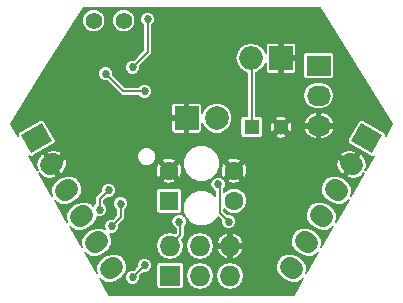
<source format=gbl>
G04 #@! TF.FileFunction,Copper,L2,Bot,Signal*
%FSLAX46Y46*%
G04 Gerber Fmt 4.6, Leading zero omitted, Abs format (unit mm)*
G04 Created by KiCad (PCBNEW 4.0.2-stable) date Wednesday, September 07, 2016 'amt' 02:23:24 am*
%MOMM*%
G01*
G04 APERTURE LIST*
%ADD10C,0.100000*%
%ADD11R,1.300000X1.300000*%
%ADD12C,1.300000*%
%ADD13R,2.000000X2.000000*%
%ADD14C,2.000000*%
%ADD15O,1.998980X1.998980*%
%ADD16R,1.998980X1.998980*%
%ADD17R,1.727200X1.727200*%
%ADD18O,1.727200X1.727200*%
%ADD19C,1.397000*%
%ADD20R,1.600000X1.600000*%
%ADD21C,1.600000*%
%ADD22C,1.727200*%
%ADD23R,2.032000X1.727200*%
%ADD24O,2.032000X1.727200*%
%ADD25C,0.685800*%
%ADD26C,0.152400*%
%ADD27C,0.200000*%
G04 APERTURE END LIST*
D10*
D11*
X161711000Y-118872000D03*
D12*
X164211000Y-118872000D03*
D13*
X156210000Y-118110000D03*
D14*
X158750000Y-118110000D03*
D15*
X161671000Y-113030000D03*
D16*
X164211000Y-113030000D03*
D17*
X154813000Y-131445000D03*
D18*
X154813000Y-128905000D03*
X157353000Y-131445000D03*
X157353000Y-128905000D03*
X159893000Y-131445000D03*
X159893000Y-128905000D03*
D19*
X150876000Y-109855000D03*
X148336000Y-109855000D03*
D20*
X154730000Y-125095000D03*
D21*
X154730000Y-122555000D03*
X160230000Y-122555000D03*
X160230000Y-125095000D03*
D10*
G36*
X143061918Y-121067377D02*
X142198318Y-119571577D01*
X143958082Y-118555577D01*
X144821682Y-120051377D01*
X143061918Y-121067377D01*
X143061918Y-121067377D01*
G37*
D22*
X144648018Y-122087382D02*
X144911982Y-121934982D01*
X145918018Y-124287086D02*
X146181982Y-124134686D01*
X147188018Y-126486791D02*
X147451982Y-126334391D01*
X148458018Y-128686495D02*
X148721982Y-128534095D01*
X149728018Y-130886200D02*
X149991982Y-130733800D01*
D10*
G36*
X170138318Y-120051377D02*
X171001918Y-118555577D01*
X172761682Y-119571577D01*
X171898082Y-121067377D01*
X170138318Y-120051377D01*
X170138318Y-120051377D01*
G37*
D22*
X170048018Y-121934982D02*
X170311982Y-122087382D01*
X168778018Y-124134686D02*
X169041982Y-124287086D01*
X167508018Y-126334391D02*
X167771982Y-126486791D01*
X166238018Y-128534095D02*
X166501982Y-128686495D01*
X164968018Y-130733800D02*
X165231982Y-130886200D01*
D23*
X167386000Y-113665000D03*
D24*
X167386000Y-116205000D03*
X167386000Y-118745000D03*
D25*
X158877000Y-123698000D03*
X159766000Y-126873000D03*
X155575000Y-126873000D03*
X152908000Y-109728000D03*
X151638000Y-113792000D03*
X162306000Y-129286000D03*
X164211000Y-128016000D03*
X162052000Y-124841000D03*
X162306000Y-131826000D03*
X155321000Y-120396000D03*
X146685000Y-121158000D03*
X145563134Y-119380000D03*
X143383000Y-116713000D03*
X142240000Y-118364000D03*
X147193000Y-114427000D03*
X168783000Y-120269000D03*
X170053000Y-118110000D03*
X172720000Y-118110000D03*
X171450000Y-116205000D03*
X170180000Y-114554000D03*
X169164000Y-112649000D03*
X166116000Y-111125000D03*
X167894000Y-111125000D03*
X167132000Y-109601000D03*
X165354000Y-109601000D03*
X163449000Y-109601000D03*
X161417000Y-109601000D03*
X159512000Y-109601000D03*
X163703000Y-121412000D03*
X162052000Y-121539000D03*
X161417000Y-120142000D03*
X162941000Y-120142000D03*
X164465000Y-120142000D03*
X148209000Y-122555000D03*
X155956000Y-113919000D03*
X150622000Y-125349004D03*
X149860000Y-127254010D03*
X151637988Y-131572000D03*
X152654000Y-130556000D03*
X148844000Y-125857008D03*
X149606006Y-124206000D03*
X149370308Y-114350998D03*
X152654000Y-115824000D03*
D26*
X161711000Y-118364000D02*
X161711000Y-118110000D01*
X161711000Y-118110000D02*
X161711000Y-112435000D01*
X161711000Y-118872000D02*
X161711000Y-118110000D01*
X159766000Y-126873000D02*
X159004000Y-126111000D01*
X159004000Y-126111000D02*
X159004000Y-123952000D01*
X159004000Y-123952000D02*
X158877000Y-123825000D01*
X158877000Y-123825000D02*
X158877000Y-123698000D01*
X154813000Y-128905000D02*
X155676599Y-128041401D01*
X155676599Y-126974599D02*
X155575000Y-126873000D01*
X155676599Y-128041401D02*
X155676599Y-126974599D01*
X152908000Y-109728000D02*
X152908000Y-112522000D01*
X152908000Y-112522000D02*
X151638000Y-113792000D01*
X161711000Y-112435000D02*
X161671000Y-112395000D01*
X155956000Y-113919000D02*
X158708091Y-111166909D01*
X158708091Y-111166909D02*
X164134799Y-111166909D01*
X165100000Y-117983000D02*
X164211000Y-118872000D01*
X164134799Y-111166909D02*
X164211000Y-111243110D01*
X164211000Y-111243110D02*
X164211000Y-114554000D01*
X164211000Y-114554000D02*
X165100000Y-115443000D01*
X165100000Y-115443000D02*
X165100000Y-117983000D01*
X164211000Y-118364000D02*
X164211000Y-118872000D01*
X164211000Y-118872000D02*
X165862000Y-120523000D01*
X165862000Y-120523000D02*
X167005000Y-120523000D01*
X167005000Y-120523000D02*
X167386000Y-120142000D01*
X164211000Y-118364000D02*
X164211000Y-118745000D01*
X160401000Y-122555000D02*
X160230000Y-122555000D01*
X164211000Y-118745000D02*
X160401000Y-122555000D01*
X163703000Y-119380000D02*
X164211000Y-118872000D01*
X162306000Y-131826000D02*
X162306000Y-129286000D01*
X162052000Y-125857000D02*
X164211000Y-128016000D01*
X162052000Y-124841000D02*
X162052000Y-125857000D01*
X162052000Y-124841000D02*
X162052000Y-121539000D01*
X155321000Y-120396000D02*
X155321000Y-121964000D01*
X155321000Y-121964000D02*
X154730000Y-122555000D01*
X148209000Y-122555000D02*
X146812000Y-121158000D01*
X146812000Y-121158000D02*
X146685000Y-121158000D01*
X144780000Y-122011182D02*
X145252182Y-121539000D01*
X145252182Y-121539000D02*
X147193000Y-121539000D01*
X147193000Y-121539000D02*
X148209000Y-122555000D01*
X145563134Y-121228048D02*
X145563134Y-119380000D01*
X145563134Y-119380000D02*
X145563134Y-118893134D01*
X144907000Y-116713000D02*
X143383000Y-116713000D01*
X147193000Y-114427000D02*
X144907000Y-116713000D01*
X145563134Y-118893134D02*
X143383000Y-116713000D01*
X144780000Y-122011182D02*
X145563134Y-121228048D01*
X145034000Y-115570000D02*
X146050000Y-115570000D01*
X146050000Y-115570000D02*
X147193000Y-114427000D01*
X142240000Y-118364000D02*
X145034000Y-115570000D01*
X167513000Y-120142000D02*
X167894000Y-120523000D01*
X167894000Y-120523000D02*
X168783000Y-121412000D01*
X168783000Y-120269000D02*
X168148000Y-120269000D01*
X168148000Y-120269000D02*
X167894000Y-120523000D01*
X172720000Y-118110000D02*
X170053000Y-118110000D01*
X170180000Y-114554000D02*
X171450000Y-115824000D01*
X171450000Y-115824000D02*
X171450000Y-116205000D01*
X166116000Y-111125000D02*
X167640000Y-111125000D01*
X167640000Y-111125000D02*
X169164000Y-112649000D01*
X167132000Y-109601000D02*
X167132000Y-110363000D01*
X167132000Y-110363000D02*
X167894000Y-111125000D01*
X163449000Y-109601000D02*
X165354000Y-109601000D01*
X159512000Y-109601000D02*
X161417000Y-109601000D01*
X163703000Y-121412000D02*
X161373000Y-121412000D01*
X161373000Y-121412000D02*
X160230000Y-122555000D01*
X161417000Y-120142000D02*
X161417000Y-120904000D01*
X161417000Y-120904000D02*
X162052000Y-121539000D01*
X164465000Y-120142000D02*
X162941000Y-120142000D01*
X148209000Y-122555000D02*
X149098000Y-123444000D01*
X149098000Y-123444000D02*
X153841000Y-123444000D01*
X153841000Y-123444000D02*
X154730000Y-122555000D01*
X167386000Y-120142000D02*
X167513000Y-120142000D01*
X170180000Y-122011182D02*
X169580818Y-121412000D01*
X169580818Y-121412000D02*
X168783000Y-121412000D01*
X163830000Y-128905000D02*
X159893000Y-128905000D01*
X168783000Y-121412000D02*
X165100000Y-125095000D01*
X165100000Y-125095000D02*
X165100000Y-127635000D01*
X165100000Y-127635000D02*
X163830000Y-128905000D01*
X160230000Y-122555000D02*
X160230000Y-122599000D01*
X167386000Y-120142000D02*
X167386000Y-118745000D01*
X156210000Y-118110000D02*
X156210000Y-120015000D01*
X156210000Y-120015000D02*
X155702000Y-120523000D01*
X155702000Y-120523000D02*
X155702000Y-121583000D01*
X155702000Y-121583000D02*
X154730000Y-122555000D01*
X156210000Y-118110000D02*
X156210000Y-114173000D01*
X156210000Y-114173000D02*
X155956000Y-113919000D01*
X150622000Y-126492010D02*
X150622000Y-125349004D01*
X149860000Y-127254010D02*
X150622000Y-126492010D01*
X151638000Y-131572000D02*
X151637988Y-131572000D01*
X152654000Y-130556000D02*
X151638000Y-131572000D01*
X148844000Y-124968006D02*
X148844000Y-125857008D01*
X149606006Y-124206000D02*
X148844000Y-124968006D01*
X150843310Y-115824000D02*
X149370308Y-114350998D01*
X152654000Y-115824000D02*
X150843310Y-115824000D01*
D27*
G36*
X173634201Y-118624196D02*
X173063763Y-119611821D01*
X173058202Y-119496499D01*
X173005631Y-119387052D01*
X172914620Y-119306680D01*
X171154856Y-118290680D01*
X171048118Y-118253209D01*
X170926840Y-118259057D01*
X170817392Y-118311628D01*
X170737021Y-118402639D01*
X169873421Y-119898439D01*
X169835950Y-120005177D01*
X169841798Y-120126455D01*
X169894369Y-120235902D01*
X169985380Y-120316274D01*
X171745144Y-121332274D01*
X171851882Y-121369745D01*
X171973160Y-121363897D01*
X172081977Y-121311629D01*
X171380353Y-122526380D01*
X171322257Y-122492838D01*
X171443929Y-122356939D01*
X171469270Y-121967354D01*
X171335244Y-121533616D01*
X171045436Y-121184184D01*
X170857615Y-121145519D01*
X170390368Y-121954814D01*
X170407688Y-121964814D01*
X170253688Y-122231550D01*
X170236368Y-122221550D01*
X169769121Y-123030845D01*
X169896517Y-123174171D01*
X170344038Y-123250436D01*
X170786679Y-123149637D01*
X171111399Y-122932898D01*
X171168255Y-122759578D01*
X171226304Y-122793093D01*
X170146297Y-124662955D01*
X170217955Y-124451858D01*
X170188261Y-123998816D01*
X169987456Y-123591623D01*
X169646111Y-123292270D01*
X169337490Y-123114088D01*
X168907571Y-122968150D01*
X168454529Y-122997844D01*
X168047336Y-123198649D01*
X167747983Y-123539995D01*
X167602045Y-123969914D01*
X167631739Y-124422956D01*
X167832544Y-124830149D01*
X168173890Y-125129502D01*
X168482510Y-125307684D01*
X168912429Y-125453622D01*
X169365471Y-125423928D01*
X169772665Y-125223123D01*
X169919380Y-125055827D01*
X168877037Y-126860479D01*
X168947955Y-126651563D01*
X168918261Y-126198521D01*
X168717456Y-125791328D01*
X168376111Y-125491975D01*
X168067490Y-125313793D01*
X167637571Y-125167855D01*
X167184529Y-125197549D01*
X166777336Y-125398354D01*
X166477983Y-125739700D01*
X166332045Y-126169619D01*
X166361739Y-126622661D01*
X166562544Y-127029854D01*
X166903890Y-127329207D01*
X167212510Y-127507389D01*
X167642429Y-127653327D01*
X168095471Y-127623633D01*
X168502665Y-127422828D01*
X168647859Y-127257266D01*
X167607777Y-129058005D01*
X167677955Y-128851267D01*
X167648261Y-128398225D01*
X167447456Y-127991032D01*
X167106111Y-127691679D01*
X166797490Y-127513497D01*
X166367571Y-127367559D01*
X165914529Y-127397253D01*
X165507336Y-127598058D01*
X165207983Y-127939404D01*
X165062045Y-128369323D01*
X165091739Y-128822365D01*
X165292544Y-129229558D01*
X165633890Y-129528911D01*
X165942510Y-129707093D01*
X166372429Y-129853031D01*
X166825471Y-129823337D01*
X167232665Y-129622532D01*
X167376339Y-129458703D01*
X166338517Y-131255530D01*
X166407955Y-131050972D01*
X166378261Y-130597930D01*
X166177456Y-130190737D01*
X165836111Y-129891384D01*
X165527490Y-129713202D01*
X165097571Y-129567264D01*
X164644529Y-129596958D01*
X164237336Y-129797763D01*
X163937983Y-130139109D01*
X163792045Y-130569028D01*
X163821739Y-131022070D01*
X164022544Y-131429263D01*
X164363890Y-131728616D01*
X164672510Y-131906798D01*
X165102429Y-132052736D01*
X165555471Y-132023042D01*
X165962665Y-131822237D01*
X166104818Y-131660142D01*
X165304944Y-133045000D01*
X149655056Y-133045000D01*
X148855178Y-131660137D01*
X148997336Y-131822237D01*
X149404529Y-132023042D01*
X149857571Y-132052736D01*
X150287490Y-131906798D01*
X150596111Y-131728616D01*
X150629516Y-131699320D01*
X150994977Y-131699320D01*
X151092646Y-131935698D01*
X151273339Y-132116706D01*
X151509546Y-132214788D01*
X151765308Y-132215011D01*
X152001686Y-132117342D01*
X152182694Y-131936649D01*
X152280776Y-131700442D01*
X152280985Y-131461043D01*
X152543225Y-131198803D01*
X152781320Y-131199011D01*
X153017698Y-131101342D01*
X153198706Y-130920649D01*
X153296788Y-130684442D01*
X153296877Y-130581400D01*
X153643523Y-130581400D01*
X153643523Y-132308600D01*
X153664442Y-132419773D01*
X153730145Y-132521879D01*
X153830397Y-132590378D01*
X153949400Y-132614477D01*
X155676600Y-132614477D01*
X155787773Y-132593558D01*
X155889879Y-132527855D01*
X155958378Y-132427603D01*
X155982477Y-132308600D01*
X155982477Y-131422204D01*
X156189400Y-131422204D01*
X156189400Y-131467796D01*
X156277974Y-131913086D01*
X156530211Y-132290585D01*
X156907710Y-132542822D01*
X157353000Y-132631396D01*
X157798290Y-132542822D01*
X158175789Y-132290585D01*
X158428026Y-131913086D01*
X158516600Y-131467796D01*
X158516600Y-131422204D01*
X158729400Y-131422204D01*
X158729400Y-131467796D01*
X158817974Y-131913086D01*
X159070211Y-132290585D01*
X159447710Y-132542822D01*
X159893000Y-132631396D01*
X160338290Y-132542822D01*
X160715789Y-132290585D01*
X160968026Y-131913086D01*
X161056600Y-131467796D01*
X161056600Y-131422204D01*
X160968026Y-130976914D01*
X160715789Y-130599415D01*
X160338290Y-130347178D01*
X159893000Y-130258604D01*
X159447710Y-130347178D01*
X159070211Y-130599415D01*
X158817974Y-130976914D01*
X158729400Y-131422204D01*
X158516600Y-131422204D01*
X158428026Y-130976914D01*
X158175789Y-130599415D01*
X157798290Y-130347178D01*
X157353000Y-130258604D01*
X156907710Y-130347178D01*
X156530211Y-130599415D01*
X156277974Y-130976914D01*
X156189400Y-131422204D01*
X155982477Y-131422204D01*
X155982477Y-130581400D01*
X155961558Y-130470227D01*
X155895855Y-130368121D01*
X155795603Y-130299622D01*
X155676600Y-130275523D01*
X153949400Y-130275523D01*
X153838227Y-130296442D01*
X153736121Y-130362145D01*
X153667622Y-130462397D01*
X153643523Y-130581400D01*
X153296877Y-130581400D01*
X153297011Y-130428680D01*
X153199342Y-130192302D01*
X153018649Y-130011294D01*
X152782442Y-129913212D01*
X152526680Y-129912989D01*
X152290302Y-130010658D01*
X152109294Y-130191351D01*
X152011212Y-130427558D01*
X152011003Y-130666969D01*
X151748775Y-130929197D01*
X151510668Y-130928989D01*
X151274290Y-131026658D01*
X151093282Y-131207351D01*
X150995200Y-131443558D01*
X150994977Y-131699320D01*
X150629516Y-131699320D01*
X150937456Y-131429263D01*
X151138261Y-131022070D01*
X151167955Y-130569028D01*
X151022017Y-130139108D01*
X150722665Y-129797763D01*
X150315471Y-129596958D01*
X149862429Y-129567264D01*
X149432510Y-129713202D01*
X149123890Y-129891384D01*
X148782544Y-130190737D01*
X148581739Y-130597930D01*
X148552045Y-131050972D01*
X148621484Y-131255533D01*
X147583657Y-129458698D01*
X147727336Y-129622532D01*
X148134529Y-129823337D01*
X148587571Y-129853031D01*
X149017490Y-129707093D01*
X149326111Y-129528911D01*
X149667456Y-129229558D01*
X149838751Y-128882204D01*
X153649400Y-128882204D01*
X153649400Y-128927796D01*
X153737974Y-129373086D01*
X153990211Y-129750585D01*
X154367710Y-130002822D01*
X154813000Y-130091396D01*
X155258290Y-130002822D01*
X155635789Y-129750585D01*
X155888026Y-129373086D01*
X155976600Y-128927796D01*
X155976600Y-128882204D01*
X156189400Y-128882204D01*
X156189400Y-128927796D01*
X156277974Y-129373086D01*
X156530211Y-129750585D01*
X156907710Y-130002822D01*
X157353000Y-130091396D01*
X157798290Y-130002822D01*
X158175789Y-129750585D01*
X158428026Y-129373086D01*
X158454989Y-129237532D01*
X158777912Y-129237532D01*
X158990048Y-129638945D01*
X159339650Y-129928622D01*
X159560470Y-130020073D01*
X159739000Y-129982652D01*
X159739000Y-129059000D01*
X160047000Y-129059000D01*
X160047000Y-129982652D01*
X160225530Y-130020073D01*
X160446350Y-129928622D01*
X160795952Y-129638945D01*
X161008088Y-129237532D01*
X160971379Y-129059000D01*
X160047000Y-129059000D01*
X159739000Y-129059000D01*
X158814621Y-129059000D01*
X158777912Y-129237532D01*
X158454989Y-129237532D01*
X158516600Y-128927796D01*
X158516600Y-128882204D01*
X158454990Y-128572468D01*
X158777912Y-128572468D01*
X158814621Y-128751000D01*
X159739000Y-128751000D01*
X159739000Y-127827348D01*
X160047000Y-127827348D01*
X160047000Y-128751000D01*
X160971379Y-128751000D01*
X161008088Y-128572468D01*
X160795952Y-128171055D01*
X160446350Y-127881378D01*
X160225530Y-127789927D01*
X160047000Y-127827348D01*
X159739000Y-127827348D01*
X159560470Y-127789927D01*
X159339650Y-127881378D01*
X158990048Y-128171055D01*
X158777912Y-128572468D01*
X158454990Y-128572468D01*
X158428026Y-128436914D01*
X158175789Y-128059415D01*
X157798290Y-127807178D01*
X157353000Y-127718604D01*
X156907710Y-127807178D01*
X156530211Y-128059415D01*
X156277974Y-128436914D01*
X156189400Y-128882204D01*
X155976600Y-128882204D01*
X155888026Y-128436914D01*
X155858020Y-128392007D01*
X155942610Y-128307417D01*
X155942613Y-128307415D01*
X156024162Y-128185367D01*
X156052799Y-128041401D01*
X156052799Y-127304440D01*
X156119706Y-127237649D01*
X156217788Y-127001442D01*
X156218011Y-126745680D01*
X156120342Y-126509302D01*
X155939649Y-126328294D01*
X155703442Y-126230212D01*
X155447680Y-126229989D01*
X155211302Y-126327658D01*
X155030294Y-126508351D01*
X154932212Y-126744558D01*
X154931989Y-127000320D01*
X155029658Y-127236698D01*
X155210351Y-127417706D01*
X155300399Y-127455097D01*
X155300399Y-127835314D01*
X155258290Y-127807178D01*
X154813000Y-127718604D01*
X154367710Y-127807178D01*
X153990211Y-128059415D01*
X153737974Y-128436914D01*
X153649400Y-128882204D01*
X149838751Y-128882204D01*
X149868261Y-128822365D01*
X149897955Y-128369323D01*
X149752017Y-127939403D01*
X149704972Y-127885758D01*
X149731558Y-127896798D01*
X149987320Y-127897021D01*
X150223698Y-127799352D01*
X150404706Y-127618659D01*
X150502788Y-127382452D01*
X150502997Y-127143041D01*
X150888011Y-126758026D01*
X150888014Y-126758024D01*
X150969563Y-126635976D01*
X150969564Y-126635975D01*
X150998201Y-126492010D01*
X150998200Y-126492005D01*
X150998200Y-125881866D01*
X151166706Y-125713653D01*
X151264788Y-125477446D01*
X151265011Y-125221684D01*
X151167342Y-124985306D01*
X150986649Y-124804298D01*
X150750442Y-124706216D01*
X150494680Y-124705993D01*
X150258302Y-124803662D01*
X150077294Y-124984355D01*
X149979212Y-125220562D01*
X149978989Y-125476324D01*
X150076658Y-125712702D01*
X150245800Y-125882139D01*
X150245800Y-126336183D01*
X149970776Y-126611207D01*
X149732680Y-126610999D01*
X149496302Y-126708668D01*
X149315294Y-126889361D01*
X149217212Y-127125568D01*
X149216989Y-127381330D01*
X149269144Y-127507556D01*
X149045471Y-127397253D01*
X148592429Y-127367559D01*
X148162510Y-127513497D01*
X147853890Y-127691679D01*
X147512544Y-127991032D01*
X147311739Y-128398225D01*
X147282045Y-128851267D01*
X147352224Y-129058008D01*
X146312138Y-127257262D01*
X146457336Y-127422828D01*
X146864529Y-127623633D01*
X147317571Y-127653327D01*
X147747490Y-127507389D01*
X148056111Y-127329207D01*
X148397456Y-127029854D01*
X148598261Y-126622661D01*
X148609208Y-126455636D01*
X148715558Y-126499796D01*
X148971320Y-126500019D01*
X149207698Y-126402350D01*
X149388706Y-126221657D01*
X149486788Y-125985450D01*
X149487011Y-125729688D01*
X149389342Y-125493310D01*
X149220200Y-125323873D01*
X149220200Y-125123834D01*
X149495230Y-124848803D01*
X149733326Y-124849011D01*
X149969704Y-124751342D01*
X150150712Y-124570649D01*
X150248794Y-124334442D01*
X150248828Y-124295000D01*
X153624123Y-124295000D01*
X153624123Y-125895000D01*
X153645042Y-126006173D01*
X153710745Y-126108279D01*
X153810997Y-126176778D01*
X153930000Y-126200877D01*
X155530000Y-126200877D01*
X155641173Y-126179958D01*
X155743279Y-126114255D01*
X155799507Y-126031961D01*
X155929732Y-126031961D01*
X156165208Y-126601857D01*
X156600849Y-127038260D01*
X157170333Y-127274730D01*
X157786961Y-127275268D01*
X158356857Y-127039792D01*
X158793260Y-126604151D01*
X158843685Y-126482713D01*
X159123197Y-126762224D01*
X159122989Y-127000320D01*
X159220658Y-127236698D01*
X159401351Y-127417706D01*
X159637558Y-127515788D01*
X159893320Y-127516011D01*
X160129698Y-127418342D01*
X160310706Y-127237649D01*
X160408788Y-127001442D01*
X160409011Y-126745680D01*
X160311342Y-126509302D01*
X160130649Y-126328294D01*
X159894442Y-126230212D01*
X159655031Y-126230003D01*
X159380200Y-125955172D01*
X159380200Y-125800709D01*
X159606087Y-126026991D01*
X160010237Y-126194808D01*
X160447844Y-126195190D01*
X160852286Y-126028078D01*
X161161991Y-125718913D01*
X161329808Y-125314763D01*
X161330190Y-124877156D01*
X161163078Y-124472714D01*
X160853913Y-124163009D01*
X160449763Y-123995192D01*
X160012156Y-123994810D01*
X159607714Y-124161922D01*
X159380200Y-124389039D01*
X159380200Y-124104083D01*
X159421706Y-124062649D01*
X159519788Y-123826442D01*
X159520011Y-123570680D01*
X159447778Y-123395861D01*
X159606928Y-123395861D01*
X159701602Y-123544278D01*
X160120403Y-123671183D01*
X160555891Y-123628160D01*
X160758398Y-123544278D01*
X160853072Y-123395861D01*
X160230000Y-122772789D01*
X159606928Y-123395861D01*
X159447778Y-123395861D01*
X159422342Y-123334302D01*
X159241649Y-123153294D01*
X159005442Y-123055212D01*
X158749680Y-123054989D01*
X158513302Y-123152658D01*
X158332294Y-123333351D01*
X158234212Y-123569558D01*
X158233989Y-123825320D01*
X158331658Y-124061698D01*
X158512351Y-124242706D01*
X158627800Y-124290645D01*
X158627800Y-124680859D01*
X158359151Y-124411740D01*
X157789667Y-124175270D01*
X157173039Y-124174732D01*
X156603143Y-124410208D01*
X156166740Y-124845849D01*
X155930270Y-125415333D01*
X155929732Y-126031961D01*
X155799507Y-126031961D01*
X155811778Y-126014003D01*
X155835877Y-125895000D01*
X155835877Y-124295000D01*
X155814958Y-124183827D01*
X155749255Y-124081721D01*
X155649003Y-124013222D01*
X155530000Y-123989123D01*
X153930000Y-123989123D01*
X153818827Y-124010042D01*
X153716721Y-124075745D01*
X153648222Y-124175997D01*
X153624123Y-124295000D01*
X150248828Y-124295000D01*
X150249017Y-124078680D01*
X150151348Y-123842302D01*
X149970655Y-123661294D01*
X149734448Y-123563212D01*
X149478686Y-123562989D01*
X149242308Y-123660658D01*
X149061300Y-123841351D01*
X148963218Y-124077558D01*
X148963009Y-124316969D01*
X148577986Y-124701992D01*
X148496437Y-124824040D01*
X148496437Y-124824041D01*
X148467799Y-124968006D01*
X148467800Y-124968011D01*
X148467800Y-125324146D01*
X148299294Y-125492359D01*
X148288308Y-125518816D01*
X148182665Y-125398354D01*
X147775471Y-125197549D01*
X147322429Y-125167855D01*
X146892510Y-125313793D01*
X146583890Y-125491975D01*
X146242544Y-125791328D01*
X146041739Y-126198521D01*
X146012045Y-126651563D01*
X146082963Y-126860482D01*
X145040618Y-125055823D01*
X145187336Y-125223123D01*
X145594529Y-125423928D01*
X146047571Y-125453622D01*
X146477490Y-125307684D01*
X146786111Y-125129502D01*
X147127456Y-124830149D01*
X147328261Y-124422956D01*
X147357955Y-123969914D01*
X147212017Y-123539994D01*
X147085616Y-123395861D01*
X154106928Y-123395861D01*
X154201602Y-123544278D01*
X154620403Y-123671183D01*
X155055891Y-123628160D01*
X155258398Y-123544278D01*
X155353072Y-123395861D01*
X154730000Y-122772789D01*
X154106928Y-123395861D01*
X147085616Y-123395861D01*
X146912665Y-123198649D01*
X146505471Y-122997844D01*
X146052429Y-122968150D01*
X145622510Y-123114088D01*
X145313890Y-123292270D01*
X144972544Y-123591623D01*
X144771739Y-123998816D01*
X144742045Y-124451858D01*
X144813702Y-124662955D01*
X143733696Y-122793093D01*
X143791745Y-122759578D01*
X143848601Y-122932898D01*
X144173321Y-123149637D01*
X144615962Y-123250436D01*
X145063483Y-123174171D01*
X145190879Y-123030845D01*
X144723632Y-122221550D01*
X144706312Y-122231550D01*
X144611627Y-122067550D01*
X144990368Y-122067550D01*
X145457615Y-122876845D01*
X145645436Y-122838180D01*
X145935244Y-122488748D01*
X145948637Y-122445403D01*
X153613817Y-122445403D01*
X153656840Y-122880891D01*
X153740722Y-123083398D01*
X153889139Y-123178072D01*
X154512211Y-122555000D01*
X154947789Y-122555000D01*
X155570861Y-123178072D01*
X155719278Y-123083398D01*
X155846183Y-122664597D01*
X155803442Y-122231961D01*
X155929732Y-122231961D01*
X156165208Y-122801857D01*
X156600849Y-123238260D01*
X157170333Y-123474730D01*
X157786961Y-123475268D01*
X158356857Y-123239792D01*
X158793260Y-122804151D01*
X158942224Y-122445403D01*
X159113817Y-122445403D01*
X159156840Y-122880891D01*
X159240722Y-123083398D01*
X159389139Y-123178072D01*
X160012211Y-122555000D01*
X160447789Y-122555000D01*
X161070861Y-123178072D01*
X161219278Y-123083398D01*
X161346183Y-122664597D01*
X161303160Y-122229109D01*
X161231046Y-122055010D01*
X168890730Y-122055010D01*
X169024756Y-122488748D01*
X169314564Y-122838180D01*
X169502385Y-122876845D01*
X169969632Y-122067550D01*
X169037744Y-121529524D01*
X168916071Y-121665425D01*
X168890730Y-122055010D01*
X161231046Y-122055010D01*
X161219278Y-122026602D01*
X161070861Y-121931928D01*
X160447789Y-122555000D01*
X160012211Y-122555000D01*
X159389139Y-121931928D01*
X159240722Y-122026602D01*
X159113817Y-122445403D01*
X158942224Y-122445403D01*
X159029730Y-122234667D01*
X159030184Y-121714139D01*
X159606928Y-121714139D01*
X160230000Y-122337211D01*
X160853072Y-121714139D01*
X160758398Y-121565722D01*
X160339597Y-121438817D01*
X159904109Y-121481840D01*
X159701602Y-121565722D01*
X159606928Y-121714139D01*
X159030184Y-121714139D01*
X159030268Y-121618039D01*
X158883482Y-121262788D01*
X169191744Y-121262788D01*
X170123632Y-121800814D01*
X170590879Y-120991519D01*
X170463483Y-120848193D01*
X170015962Y-120771928D01*
X169573321Y-120872727D01*
X169248601Y-121089466D01*
X169191744Y-121262788D01*
X158883482Y-121262788D01*
X158794792Y-121048143D01*
X158359151Y-120611740D01*
X157789667Y-120375270D01*
X157173039Y-120374732D01*
X156603143Y-120610208D01*
X156166740Y-121045849D01*
X155930270Y-121615333D01*
X155929732Y-122231961D01*
X155803442Y-122231961D01*
X155803160Y-122229109D01*
X155719278Y-122026602D01*
X155570861Y-121931928D01*
X154947789Y-122555000D01*
X154512211Y-122555000D01*
X153889139Y-121931928D01*
X153740722Y-122026602D01*
X153613817Y-122445403D01*
X145948637Y-122445403D01*
X146069270Y-122055010D01*
X146043929Y-121665425D01*
X145925755Y-121533432D01*
X152029861Y-121533432D01*
X152151397Y-121827572D01*
X152376245Y-122052812D01*
X152670172Y-122174861D01*
X152988432Y-122175139D01*
X153282572Y-122053603D01*
X153507812Y-121828755D01*
X153555404Y-121714139D01*
X154106928Y-121714139D01*
X154730000Y-122337211D01*
X155353072Y-121714139D01*
X155258398Y-121565722D01*
X154839597Y-121438817D01*
X154404109Y-121481840D01*
X154201602Y-121565722D01*
X154106928Y-121714139D01*
X153555404Y-121714139D01*
X153629861Y-121534828D01*
X153630139Y-121216568D01*
X153508603Y-120922428D01*
X153283755Y-120697188D01*
X152989828Y-120575139D01*
X152671568Y-120574861D01*
X152377428Y-120696397D01*
X152152188Y-120921245D01*
X152030139Y-121215172D01*
X152029861Y-121533432D01*
X145925755Y-121533432D01*
X145922256Y-121529524D01*
X144990368Y-122067550D01*
X144611627Y-122067550D01*
X144552312Y-121964814D01*
X144569632Y-121954814D01*
X144102385Y-121145519D01*
X143914564Y-121184184D01*
X143624756Y-121533616D01*
X143490730Y-121967354D01*
X143516071Y-122356939D01*
X143637743Y-122492838D01*
X143579646Y-122526380D01*
X142876596Y-121309158D01*
X142978677Y-121361710D01*
X143099747Y-121370906D01*
X143214856Y-121332274D01*
X143805061Y-120991519D01*
X144369121Y-120991519D01*
X144836368Y-121800814D01*
X145768256Y-121262788D01*
X145711399Y-121089466D01*
X145386679Y-120872727D01*
X144944038Y-120771928D01*
X144496517Y-120848193D01*
X144369121Y-120991519D01*
X143805061Y-120991519D01*
X144974620Y-120316274D01*
X145060440Y-120242572D01*
X145116015Y-120134618D01*
X145125211Y-120013548D01*
X145086579Y-119898439D01*
X144222979Y-118402639D01*
X144168326Y-118339000D01*
X154910000Y-118339000D01*
X154910000Y-119169674D01*
X154955672Y-119279937D01*
X155040064Y-119364328D01*
X155150327Y-119410000D01*
X155981000Y-119410000D01*
X156056000Y-119335000D01*
X156056000Y-118264000D01*
X154985000Y-118264000D01*
X154910000Y-118339000D01*
X144168326Y-118339000D01*
X144149277Y-118316819D01*
X144041323Y-118261244D01*
X143920253Y-118252048D01*
X143805144Y-118290680D01*
X142045380Y-119306680D01*
X141959560Y-119380382D01*
X141903985Y-119488336D01*
X141894795Y-119609324D01*
X141325798Y-118624195D01*
X142309465Y-117050326D01*
X154910000Y-117050326D01*
X154910000Y-117881000D01*
X154985000Y-117956000D01*
X156056000Y-117956000D01*
X156056000Y-116885000D01*
X156364000Y-116885000D01*
X156364000Y-117956000D01*
X156384000Y-117956000D01*
X156384000Y-118264000D01*
X156364000Y-118264000D01*
X156364000Y-119335000D01*
X156439000Y-119410000D01*
X157269673Y-119410000D01*
X157379936Y-119364328D01*
X157464328Y-119279937D01*
X157510000Y-119169674D01*
X157510000Y-118513209D01*
X157647271Y-118845429D01*
X158012647Y-119211444D01*
X158490279Y-119409774D01*
X159007452Y-119410226D01*
X159485429Y-119212729D01*
X159851444Y-118847353D01*
X160049774Y-118369721D01*
X160050226Y-117852548D01*
X159852729Y-117374571D01*
X159487353Y-117008556D01*
X159009721Y-116810226D01*
X158492548Y-116809774D01*
X158014571Y-117007271D01*
X157648556Y-117372647D01*
X157510000Y-117706327D01*
X157510000Y-117050326D01*
X157464328Y-116940063D01*
X157379936Y-116855672D01*
X157269673Y-116810000D01*
X156439000Y-116810000D01*
X156364000Y-116885000D01*
X156056000Y-116885000D01*
X155981000Y-116810000D01*
X155150327Y-116810000D01*
X155040064Y-116855672D01*
X154955672Y-116940063D01*
X154910000Y-117050326D01*
X142309465Y-117050326D01*
X143916970Y-114478318D01*
X148727297Y-114478318D01*
X148824966Y-114714696D01*
X149005659Y-114895704D01*
X149241866Y-114993786D01*
X149481277Y-114993995D01*
X150577294Y-116090011D01*
X150577296Y-116090014D01*
X150699344Y-116171563D01*
X150843310Y-116200200D01*
X152121138Y-116200200D01*
X152289351Y-116368706D01*
X152525558Y-116466788D01*
X152781320Y-116467011D01*
X153017698Y-116369342D01*
X153198706Y-116188649D01*
X153296788Y-115952442D01*
X153297011Y-115696680D01*
X153199342Y-115460302D01*
X153018649Y-115279294D01*
X152782442Y-115181212D01*
X152526680Y-115180989D01*
X152290302Y-115278658D01*
X152120865Y-115447800D01*
X150999137Y-115447800D01*
X150013111Y-114461774D01*
X150013319Y-114223678D01*
X149915650Y-113987300D01*
X149847789Y-113919320D01*
X150994989Y-113919320D01*
X151092658Y-114155698D01*
X151273351Y-114336706D01*
X151509558Y-114434788D01*
X151765320Y-114435011D01*
X152001698Y-114337342D01*
X152182706Y-114156649D01*
X152280788Y-113920442D01*
X152280997Y-113681031D01*
X152932027Y-113030000D01*
X160346051Y-113030000D01*
X160444969Y-113527293D01*
X160726663Y-113948878D01*
X161148248Y-114230572D01*
X161334800Y-114267680D01*
X161334800Y-117916123D01*
X161061000Y-117916123D01*
X160949827Y-117937042D01*
X160847721Y-118002745D01*
X160779222Y-118102997D01*
X160755123Y-118222000D01*
X160755123Y-119522000D01*
X160776042Y-119633173D01*
X160841745Y-119735279D01*
X160941997Y-119803778D01*
X161061000Y-119827877D01*
X162361000Y-119827877D01*
X162472173Y-119806958D01*
X162574279Y-119741255D01*
X162642778Y-119641003D01*
X162650409Y-119603320D01*
X163697469Y-119603320D01*
X163773495Y-119736175D01*
X164137503Y-119837820D01*
X164512702Y-119792427D01*
X164648505Y-119736175D01*
X164724531Y-119603320D01*
X164211000Y-119089789D01*
X163697469Y-119603320D01*
X162650409Y-119603320D01*
X162666877Y-119522000D01*
X162666877Y-118798503D01*
X163245180Y-118798503D01*
X163290573Y-119173702D01*
X163346825Y-119309505D01*
X163479680Y-119385531D01*
X163993211Y-118872000D01*
X164428789Y-118872000D01*
X164942320Y-119385531D01*
X165075175Y-119309505D01*
X165139951Y-119077530D01*
X166118527Y-119077530D01*
X166291373Y-119427591D01*
X166624312Y-119736206D01*
X167050009Y-119893919D01*
X167232000Y-119833494D01*
X167232000Y-118899000D01*
X167540000Y-118899000D01*
X167540000Y-119833494D01*
X167721991Y-119893919D01*
X168147688Y-119736206D01*
X168480627Y-119427591D01*
X168653473Y-119077530D01*
X168616052Y-118899000D01*
X167540000Y-118899000D01*
X167232000Y-118899000D01*
X166155948Y-118899000D01*
X166118527Y-119077530D01*
X165139951Y-119077530D01*
X165176820Y-118945497D01*
X165131427Y-118570298D01*
X165075175Y-118434495D01*
X165036687Y-118412470D01*
X166118527Y-118412470D01*
X166155948Y-118591000D01*
X167232000Y-118591000D01*
X167232000Y-117656506D01*
X167540000Y-117656506D01*
X167540000Y-118591000D01*
X168616052Y-118591000D01*
X168653473Y-118412470D01*
X168480627Y-118062409D01*
X168147688Y-117753794D01*
X167721991Y-117596081D01*
X167540000Y-117656506D01*
X167232000Y-117656506D01*
X167050009Y-117596081D01*
X166624312Y-117753794D01*
X166291373Y-118062409D01*
X166118527Y-118412470D01*
X165036687Y-118412470D01*
X164942320Y-118358469D01*
X164428789Y-118872000D01*
X163993211Y-118872000D01*
X163479680Y-118358469D01*
X163346825Y-118434495D01*
X163245180Y-118798503D01*
X162666877Y-118798503D01*
X162666877Y-118222000D01*
X162651576Y-118140680D01*
X163697469Y-118140680D01*
X164211000Y-118654211D01*
X164724531Y-118140680D01*
X164648505Y-118007825D01*
X164284497Y-117906180D01*
X163909298Y-117951573D01*
X163773495Y-118007825D01*
X163697469Y-118140680D01*
X162651576Y-118140680D01*
X162645958Y-118110827D01*
X162580255Y-118008721D01*
X162480003Y-117940222D01*
X162361000Y-117916123D01*
X162087200Y-117916123D01*
X162087200Y-116205000D01*
X166044218Y-116205000D01*
X166132792Y-116650290D01*
X166385029Y-117027789D01*
X166762528Y-117280026D01*
X167207818Y-117368600D01*
X167564182Y-117368600D01*
X168009472Y-117280026D01*
X168386971Y-117027789D01*
X168639208Y-116650290D01*
X168727782Y-116205000D01*
X168639208Y-115759710D01*
X168386971Y-115382211D01*
X168009472Y-115129974D01*
X167564182Y-115041400D01*
X167207818Y-115041400D01*
X166762528Y-115129974D01*
X166385029Y-115382211D01*
X166132792Y-115759710D01*
X166044218Y-116205000D01*
X162087200Y-116205000D01*
X162087200Y-114251767D01*
X162193752Y-114230572D01*
X162615337Y-113948878D01*
X162897031Y-113527293D01*
X162911510Y-113454502D01*
X162911510Y-114089163D01*
X162957182Y-114199426D01*
X163041573Y-114283818D01*
X163151836Y-114329490D01*
X163982000Y-114329490D01*
X164057000Y-114254490D01*
X164057000Y-113184000D01*
X164365000Y-113184000D01*
X164365000Y-114254490D01*
X164440000Y-114329490D01*
X165270164Y-114329490D01*
X165380427Y-114283818D01*
X165464818Y-114199426D01*
X165510490Y-114089163D01*
X165510490Y-113259000D01*
X165435490Y-113184000D01*
X164365000Y-113184000D01*
X164057000Y-113184000D01*
X164037000Y-113184000D01*
X164037000Y-112876000D01*
X164057000Y-112876000D01*
X164057000Y-111805510D01*
X164365000Y-111805510D01*
X164365000Y-112876000D01*
X165435490Y-112876000D01*
X165510090Y-112801400D01*
X166064123Y-112801400D01*
X166064123Y-114528600D01*
X166085042Y-114639773D01*
X166150745Y-114741879D01*
X166250997Y-114810378D01*
X166370000Y-114834477D01*
X168402000Y-114834477D01*
X168513173Y-114813558D01*
X168615279Y-114747855D01*
X168683778Y-114647603D01*
X168707877Y-114528600D01*
X168707877Y-112801400D01*
X168686958Y-112690227D01*
X168621255Y-112588121D01*
X168521003Y-112519622D01*
X168402000Y-112495523D01*
X166370000Y-112495523D01*
X166258827Y-112516442D01*
X166156721Y-112582145D01*
X166088222Y-112682397D01*
X166064123Y-112801400D01*
X165510090Y-112801400D01*
X165510490Y-112801000D01*
X165510490Y-111970837D01*
X165464818Y-111860574D01*
X165380427Y-111776182D01*
X165270164Y-111730510D01*
X164440000Y-111730510D01*
X164365000Y-111805510D01*
X164057000Y-111805510D01*
X163982000Y-111730510D01*
X163151836Y-111730510D01*
X163041573Y-111776182D01*
X162957182Y-111860574D01*
X162911510Y-111970837D01*
X162911510Y-112605498D01*
X162897031Y-112532707D01*
X162615337Y-112111122D01*
X162193752Y-111829428D01*
X161696459Y-111730510D01*
X161645541Y-111730510D01*
X161148248Y-111829428D01*
X160726663Y-112111122D01*
X160444969Y-112532707D01*
X160346051Y-113030000D01*
X152932027Y-113030000D01*
X153174011Y-112788016D01*
X153174014Y-112788014D01*
X153255563Y-112665966D01*
X153284200Y-112522000D01*
X153284200Y-110260862D01*
X153452706Y-110092649D01*
X153550788Y-109856442D01*
X153551011Y-109600680D01*
X153453342Y-109364302D01*
X153272649Y-109183294D01*
X153036442Y-109085212D01*
X152780680Y-109084989D01*
X152544302Y-109182658D01*
X152363294Y-109363351D01*
X152265212Y-109599558D01*
X152264989Y-109855320D01*
X152362658Y-110091698D01*
X152531800Y-110261135D01*
X152531800Y-112366173D01*
X151748776Y-113149197D01*
X151510680Y-113148989D01*
X151274302Y-113246658D01*
X151093294Y-113427351D01*
X150995212Y-113663558D01*
X150994989Y-113919320D01*
X149847789Y-113919320D01*
X149734957Y-113806292D01*
X149498750Y-113708210D01*
X149242988Y-113707987D01*
X149006610Y-113805656D01*
X148825602Y-113986349D01*
X148727520Y-114222556D01*
X148727297Y-114478318D01*
X143916970Y-114478318D01*
X146682955Y-110052743D01*
X147337327Y-110052743D01*
X147489019Y-110419866D01*
X147769657Y-110700994D01*
X148136515Y-110853327D01*
X148533743Y-110853673D01*
X148900866Y-110701981D01*
X149181994Y-110421343D01*
X149334327Y-110054485D01*
X149334328Y-110052743D01*
X149877327Y-110052743D01*
X150029019Y-110419866D01*
X150309657Y-110700994D01*
X150676515Y-110853327D01*
X151073743Y-110853673D01*
X151440866Y-110701981D01*
X151721994Y-110421343D01*
X151874327Y-110054485D01*
X151874673Y-109657257D01*
X151722981Y-109290134D01*
X151442343Y-109009006D01*
X151075485Y-108856673D01*
X150678257Y-108856327D01*
X150311134Y-109008019D01*
X150030006Y-109288657D01*
X149877673Y-109655515D01*
X149877327Y-110052743D01*
X149334328Y-110052743D01*
X149334673Y-109657257D01*
X149182981Y-109290134D01*
X148902343Y-109009006D01*
X148535485Y-108856673D01*
X148138257Y-108856327D01*
X147771134Y-109008019D01*
X147490006Y-109288657D01*
X147337673Y-109655515D01*
X147337327Y-110052743D01*
X146682955Y-110052743D01*
X147489045Y-108763000D01*
X167470955Y-108763000D01*
X173634201Y-118624196D01*
X173634201Y-118624196D01*
G37*
X173634201Y-118624196D02*
X173063763Y-119611821D01*
X173058202Y-119496499D01*
X173005631Y-119387052D01*
X172914620Y-119306680D01*
X171154856Y-118290680D01*
X171048118Y-118253209D01*
X170926840Y-118259057D01*
X170817392Y-118311628D01*
X170737021Y-118402639D01*
X169873421Y-119898439D01*
X169835950Y-120005177D01*
X169841798Y-120126455D01*
X169894369Y-120235902D01*
X169985380Y-120316274D01*
X171745144Y-121332274D01*
X171851882Y-121369745D01*
X171973160Y-121363897D01*
X172081977Y-121311629D01*
X171380353Y-122526380D01*
X171322257Y-122492838D01*
X171443929Y-122356939D01*
X171469270Y-121967354D01*
X171335244Y-121533616D01*
X171045436Y-121184184D01*
X170857615Y-121145519D01*
X170390368Y-121954814D01*
X170407688Y-121964814D01*
X170253688Y-122231550D01*
X170236368Y-122221550D01*
X169769121Y-123030845D01*
X169896517Y-123174171D01*
X170344038Y-123250436D01*
X170786679Y-123149637D01*
X171111399Y-122932898D01*
X171168255Y-122759578D01*
X171226304Y-122793093D01*
X170146297Y-124662955D01*
X170217955Y-124451858D01*
X170188261Y-123998816D01*
X169987456Y-123591623D01*
X169646111Y-123292270D01*
X169337490Y-123114088D01*
X168907571Y-122968150D01*
X168454529Y-122997844D01*
X168047336Y-123198649D01*
X167747983Y-123539995D01*
X167602045Y-123969914D01*
X167631739Y-124422956D01*
X167832544Y-124830149D01*
X168173890Y-125129502D01*
X168482510Y-125307684D01*
X168912429Y-125453622D01*
X169365471Y-125423928D01*
X169772665Y-125223123D01*
X169919380Y-125055827D01*
X168877037Y-126860479D01*
X168947955Y-126651563D01*
X168918261Y-126198521D01*
X168717456Y-125791328D01*
X168376111Y-125491975D01*
X168067490Y-125313793D01*
X167637571Y-125167855D01*
X167184529Y-125197549D01*
X166777336Y-125398354D01*
X166477983Y-125739700D01*
X166332045Y-126169619D01*
X166361739Y-126622661D01*
X166562544Y-127029854D01*
X166903890Y-127329207D01*
X167212510Y-127507389D01*
X167642429Y-127653327D01*
X168095471Y-127623633D01*
X168502665Y-127422828D01*
X168647859Y-127257266D01*
X167607777Y-129058005D01*
X167677955Y-128851267D01*
X167648261Y-128398225D01*
X167447456Y-127991032D01*
X167106111Y-127691679D01*
X166797490Y-127513497D01*
X166367571Y-127367559D01*
X165914529Y-127397253D01*
X165507336Y-127598058D01*
X165207983Y-127939404D01*
X165062045Y-128369323D01*
X165091739Y-128822365D01*
X165292544Y-129229558D01*
X165633890Y-129528911D01*
X165942510Y-129707093D01*
X166372429Y-129853031D01*
X166825471Y-129823337D01*
X167232665Y-129622532D01*
X167376339Y-129458703D01*
X166338517Y-131255530D01*
X166407955Y-131050972D01*
X166378261Y-130597930D01*
X166177456Y-130190737D01*
X165836111Y-129891384D01*
X165527490Y-129713202D01*
X165097571Y-129567264D01*
X164644529Y-129596958D01*
X164237336Y-129797763D01*
X163937983Y-130139109D01*
X163792045Y-130569028D01*
X163821739Y-131022070D01*
X164022544Y-131429263D01*
X164363890Y-131728616D01*
X164672510Y-131906798D01*
X165102429Y-132052736D01*
X165555471Y-132023042D01*
X165962665Y-131822237D01*
X166104818Y-131660142D01*
X165304944Y-133045000D01*
X149655056Y-133045000D01*
X148855178Y-131660137D01*
X148997336Y-131822237D01*
X149404529Y-132023042D01*
X149857571Y-132052736D01*
X150287490Y-131906798D01*
X150596111Y-131728616D01*
X150629516Y-131699320D01*
X150994977Y-131699320D01*
X151092646Y-131935698D01*
X151273339Y-132116706D01*
X151509546Y-132214788D01*
X151765308Y-132215011D01*
X152001686Y-132117342D01*
X152182694Y-131936649D01*
X152280776Y-131700442D01*
X152280985Y-131461043D01*
X152543225Y-131198803D01*
X152781320Y-131199011D01*
X153017698Y-131101342D01*
X153198706Y-130920649D01*
X153296788Y-130684442D01*
X153296877Y-130581400D01*
X153643523Y-130581400D01*
X153643523Y-132308600D01*
X153664442Y-132419773D01*
X153730145Y-132521879D01*
X153830397Y-132590378D01*
X153949400Y-132614477D01*
X155676600Y-132614477D01*
X155787773Y-132593558D01*
X155889879Y-132527855D01*
X155958378Y-132427603D01*
X155982477Y-132308600D01*
X155982477Y-131422204D01*
X156189400Y-131422204D01*
X156189400Y-131467796D01*
X156277974Y-131913086D01*
X156530211Y-132290585D01*
X156907710Y-132542822D01*
X157353000Y-132631396D01*
X157798290Y-132542822D01*
X158175789Y-132290585D01*
X158428026Y-131913086D01*
X158516600Y-131467796D01*
X158516600Y-131422204D01*
X158729400Y-131422204D01*
X158729400Y-131467796D01*
X158817974Y-131913086D01*
X159070211Y-132290585D01*
X159447710Y-132542822D01*
X159893000Y-132631396D01*
X160338290Y-132542822D01*
X160715789Y-132290585D01*
X160968026Y-131913086D01*
X161056600Y-131467796D01*
X161056600Y-131422204D01*
X160968026Y-130976914D01*
X160715789Y-130599415D01*
X160338290Y-130347178D01*
X159893000Y-130258604D01*
X159447710Y-130347178D01*
X159070211Y-130599415D01*
X158817974Y-130976914D01*
X158729400Y-131422204D01*
X158516600Y-131422204D01*
X158428026Y-130976914D01*
X158175789Y-130599415D01*
X157798290Y-130347178D01*
X157353000Y-130258604D01*
X156907710Y-130347178D01*
X156530211Y-130599415D01*
X156277974Y-130976914D01*
X156189400Y-131422204D01*
X155982477Y-131422204D01*
X155982477Y-130581400D01*
X155961558Y-130470227D01*
X155895855Y-130368121D01*
X155795603Y-130299622D01*
X155676600Y-130275523D01*
X153949400Y-130275523D01*
X153838227Y-130296442D01*
X153736121Y-130362145D01*
X153667622Y-130462397D01*
X153643523Y-130581400D01*
X153296877Y-130581400D01*
X153297011Y-130428680D01*
X153199342Y-130192302D01*
X153018649Y-130011294D01*
X152782442Y-129913212D01*
X152526680Y-129912989D01*
X152290302Y-130010658D01*
X152109294Y-130191351D01*
X152011212Y-130427558D01*
X152011003Y-130666969D01*
X151748775Y-130929197D01*
X151510668Y-130928989D01*
X151274290Y-131026658D01*
X151093282Y-131207351D01*
X150995200Y-131443558D01*
X150994977Y-131699320D01*
X150629516Y-131699320D01*
X150937456Y-131429263D01*
X151138261Y-131022070D01*
X151167955Y-130569028D01*
X151022017Y-130139108D01*
X150722665Y-129797763D01*
X150315471Y-129596958D01*
X149862429Y-129567264D01*
X149432510Y-129713202D01*
X149123890Y-129891384D01*
X148782544Y-130190737D01*
X148581739Y-130597930D01*
X148552045Y-131050972D01*
X148621484Y-131255533D01*
X147583657Y-129458698D01*
X147727336Y-129622532D01*
X148134529Y-129823337D01*
X148587571Y-129853031D01*
X149017490Y-129707093D01*
X149326111Y-129528911D01*
X149667456Y-129229558D01*
X149838751Y-128882204D01*
X153649400Y-128882204D01*
X153649400Y-128927796D01*
X153737974Y-129373086D01*
X153990211Y-129750585D01*
X154367710Y-130002822D01*
X154813000Y-130091396D01*
X155258290Y-130002822D01*
X155635789Y-129750585D01*
X155888026Y-129373086D01*
X155976600Y-128927796D01*
X155976600Y-128882204D01*
X156189400Y-128882204D01*
X156189400Y-128927796D01*
X156277974Y-129373086D01*
X156530211Y-129750585D01*
X156907710Y-130002822D01*
X157353000Y-130091396D01*
X157798290Y-130002822D01*
X158175789Y-129750585D01*
X158428026Y-129373086D01*
X158454989Y-129237532D01*
X158777912Y-129237532D01*
X158990048Y-129638945D01*
X159339650Y-129928622D01*
X159560470Y-130020073D01*
X159739000Y-129982652D01*
X159739000Y-129059000D01*
X160047000Y-129059000D01*
X160047000Y-129982652D01*
X160225530Y-130020073D01*
X160446350Y-129928622D01*
X160795952Y-129638945D01*
X161008088Y-129237532D01*
X160971379Y-129059000D01*
X160047000Y-129059000D01*
X159739000Y-129059000D01*
X158814621Y-129059000D01*
X158777912Y-129237532D01*
X158454989Y-129237532D01*
X158516600Y-128927796D01*
X158516600Y-128882204D01*
X158454990Y-128572468D01*
X158777912Y-128572468D01*
X158814621Y-128751000D01*
X159739000Y-128751000D01*
X159739000Y-127827348D01*
X160047000Y-127827348D01*
X160047000Y-128751000D01*
X160971379Y-128751000D01*
X161008088Y-128572468D01*
X160795952Y-128171055D01*
X160446350Y-127881378D01*
X160225530Y-127789927D01*
X160047000Y-127827348D01*
X159739000Y-127827348D01*
X159560470Y-127789927D01*
X159339650Y-127881378D01*
X158990048Y-128171055D01*
X158777912Y-128572468D01*
X158454990Y-128572468D01*
X158428026Y-128436914D01*
X158175789Y-128059415D01*
X157798290Y-127807178D01*
X157353000Y-127718604D01*
X156907710Y-127807178D01*
X156530211Y-128059415D01*
X156277974Y-128436914D01*
X156189400Y-128882204D01*
X155976600Y-128882204D01*
X155888026Y-128436914D01*
X155858020Y-128392007D01*
X155942610Y-128307417D01*
X155942613Y-128307415D01*
X156024162Y-128185367D01*
X156052799Y-128041401D01*
X156052799Y-127304440D01*
X156119706Y-127237649D01*
X156217788Y-127001442D01*
X156218011Y-126745680D01*
X156120342Y-126509302D01*
X155939649Y-126328294D01*
X155703442Y-126230212D01*
X155447680Y-126229989D01*
X155211302Y-126327658D01*
X155030294Y-126508351D01*
X154932212Y-126744558D01*
X154931989Y-127000320D01*
X155029658Y-127236698D01*
X155210351Y-127417706D01*
X155300399Y-127455097D01*
X155300399Y-127835314D01*
X155258290Y-127807178D01*
X154813000Y-127718604D01*
X154367710Y-127807178D01*
X153990211Y-128059415D01*
X153737974Y-128436914D01*
X153649400Y-128882204D01*
X149838751Y-128882204D01*
X149868261Y-128822365D01*
X149897955Y-128369323D01*
X149752017Y-127939403D01*
X149704972Y-127885758D01*
X149731558Y-127896798D01*
X149987320Y-127897021D01*
X150223698Y-127799352D01*
X150404706Y-127618659D01*
X150502788Y-127382452D01*
X150502997Y-127143041D01*
X150888011Y-126758026D01*
X150888014Y-126758024D01*
X150969563Y-126635976D01*
X150969564Y-126635975D01*
X150998201Y-126492010D01*
X150998200Y-126492005D01*
X150998200Y-125881866D01*
X151166706Y-125713653D01*
X151264788Y-125477446D01*
X151265011Y-125221684D01*
X151167342Y-124985306D01*
X150986649Y-124804298D01*
X150750442Y-124706216D01*
X150494680Y-124705993D01*
X150258302Y-124803662D01*
X150077294Y-124984355D01*
X149979212Y-125220562D01*
X149978989Y-125476324D01*
X150076658Y-125712702D01*
X150245800Y-125882139D01*
X150245800Y-126336183D01*
X149970776Y-126611207D01*
X149732680Y-126610999D01*
X149496302Y-126708668D01*
X149315294Y-126889361D01*
X149217212Y-127125568D01*
X149216989Y-127381330D01*
X149269144Y-127507556D01*
X149045471Y-127397253D01*
X148592429Y-127367559D01*
X148162510Y-127513497D01*
X147853890Y-127691679D01*
X147512544Y-127991032D01*
X147311739Y-128398225D01*
X147282045Y-128851267D01*
X147352224Y-129058008D01*
X146312138Y-127257262D01*
X146457336Y-127422828D01*
X146864529Y-127623633D01*
X147317571Y-127653327D01*
X147747490Y-127507389D01*
X148056111Y-127329207D01*
X148397456Y-127029854D01*
X148598261Y-126622661D01*
X148609208Y-126455636D01*
X148715558Y-126499796D01*
X148971320Y-126500019D01*
X149207698Y-126402350D01*
X149388706Y-126221657D01*
X149486788Y-125985450D01*
X149487011Y-125729688D01*
X149389342Y-125493310D01*
X149220200Y-125323873D01*
X149220200Y-125123834D01*
X149495230Y-124848803D01*
X149733326Y-124849011D01*
X149969704Y-124751342D01*
X150150712Y-124570649D01*
X150248794Y-124334442D01*
X150248828Y-124295000D01*
X153624123Y-124295000D01*
X153624123Y-125895000D01*
X153645042Y-126006173D01*
X153710745Y-126108279D01*
X153810997Y-126176778D01*
X153930000Y-126200877D01*
X155530000Y-126200877D01*
X155641173Y-126179958D01*
X155743279Y-126114255D01*
X155799507Y-126031961D01*
X155929732Y-126031961D01*
X156165208Y-126601857D01*
X156600849Y-127038260D01*
X157170333Y-127274730D01*
X157786961Y-127275268D01*
X158356857Y-127039792D01*
X158793260Y-126604151D01*
X158843685Y-126482713D01*
X159123197Y-126762224D01*
X159122989Y-127000320D01*
X159220658Y-127236698D01*
X159401351Y-127417706D01*
X159637558Y-127515788D01*
X159893320Y-127516011D01*
X160129698Y-127418342D01*
X160310706Y-127237649D01*
X160408788Y-127001442D01*
X160409011Y-126745680D01*
X160311342Y-126509302D01*
X160130649Y-126328294D01*
X159894442Y-126230212D01*
X159655031Y-126230003D01*
X159380200Y-125955172D01*
X159380200Y-125800709D01*
X159606087Y-126026991D01*
X160010237Y-126194808D01*
X160447844Y-126195190D01*
X160852286Y-126028078D01*
X161161991Y-125718913D01*
X161329808Y-125314763D01*
X161330190Y-124877156D01*
X161163078Y-124472714D01*
X160853913Y-124163009D01*
X160449763Y-123995192D01*
X160012156Y-123994810D01*
X159607714Y-124161922D01*
X159380200Y-124389039D01*
X159380200Y-124104083D01*
X159421706Y-124062649D01*
X159519788Y-123826442D01*
X159520011Y-123570680D01*
X159447778Y-123395861D01*
X159606928Y-123395861D01*
X159701602Y-123544278D01*
X160120403Y-123671183D01*
X160555891Y-123628160D01*
X160758398Y-123544278D01*
X160853072Y-123395861D01*
X160230000Y-122772789D01*
X159606928Y-123395861D01*
X159447778Y-123395861D01*
X159422342Y-123334302D01*
X159241649Y-123153294D01*
X159005442Y-123055212D01*
X158749680Y-123054989D01*
X158513302Y-123152658D01*
X158332294Y-123333351D01*
X158234212Y-123569558D01*
X158233989Y-123825320D01*
X158331658Y-124061698D01*
X158512351Y-124242706D01*
X158627800Y-124290645D01*
X158627800Y-124680859D01*
X158359151Y-124411740D01*
X157789667Y-124175270D01*
X157173039Y-124174732D01*
X156603143Y-124410208D01*
X156166740Y-124845849D01*
X155930270Y-125415333D01*
X155929732Y-126031961D01*
X155799507Y-126031961D01*
X155811778Y-126014003D01*
X155835877Y-125895000D01*
X155835877Y-124295000D01*
X155814958Y-124183827D01*
X155749255Y-124081721D01*
X155649003Y-124013222D01*
X155530000Y-123989123D01*
X153930000Y-123989123D01*
X153818827Y-124010042D01*
X153716721Y-124075745D01*
X153648222Y-124175997D01*
X153624123Y-124295000D01*
X150248828Y-124295000D01*
X150249017Y-124078680D01*
X150151348Y-123842302D01*
X149970655Y-123661294D01*
X149734448Y-123563212D01*
X149478686Y-123562989D01*
X149242308Y-123660658D01*
X149061300Y-123841351D01*
X148963218Y-124077558D01*
X148963009Y-124316969D01*
X148577986Y-124701992D01*
X148496437Y-124824040D01*
X148496437Y-124824041D01*
X148467799Y-124968006D01*
X148467800Y-124968011D01*
X148467800Y-125324146D01*
X148299294Y-125492359D01*
X148288308Y-125518816D01*
X148182665Y-125398354D01*
X147775471Y-125197549D01*
X147322429Y-125167855D01*
X146892510Y-125313793D01*
X146583890Y-125491975D01*
X146242544Y-125791328D01*
X146041739Y-126198521D01*
X146012045Y-126651563D01*
X146082963Y-126860482D01*
X145040618Y-125055823D01*
X145187336Y-125223123D01*
X145594529Y-125423928D01*
X146047571Y-125453622D01*
X146477490Y-125307684D01*
X146786111Y-125129502D01*
X147127456Y-124830149D01*
X147328261Y-124422956D01*
X147357955Y-123969914D01*
X147212017Y-123539994D01*
X147085616Y-123395861D01*
X154106928Y-123395861D01*
X154201602Y-123544278D01*
X154620403Y-123671183D01*
X155055891Y-123628160D01*
X155258398Y-123544278D01*
X155353072Y-123395861D01*
X154730000Y-122772789D01*
X154106928Y-123395861D01*
X147085616Y-123395861D01*
X146912665Y-123198649D01*
X146505471Y-122997844D01*
X146052429Y-122968150D01*
X145622510Y-123114088D01*
X145313890Y-123292270D01*
X144972544Y-123591623D01*
X144771739Y-123998816D01*
X144742045Y-124451858D01*
X144813702Y-124662955D01*
X143733696Y-122793093D01*
X143791745Y-122759578D01*
X143848601Y-122932898D01*
X144173321Y-123149637D01*
X144615962Y-123250436D01*
X145063483Y-123174171D01*
X145190879Y-123030845D01*
X144723632Y-122221550D01*
X144706312Y-122231550D01*
X144611627Y-122067550D01*
X144990368Y-122067550D01*
X145457615Y-122876845D01*
X145645436Y-122838180D01*
X145935244Y-122488748D01*
X145948637Y-122445403D01*
X153613817Y-122445403D01*
X153656840Y-122880891D01*
X153740722Y-123083398D01*
X153889139Y-123178072D01*
X154512211Y-122555000D01*
X154947789Y-122555000D01*
X155570861Y-123178072D01*
X155719278Y-123083398D01*
X155846183Y-122664597D01*
X155803442Y-122231961D01*
X155929732Y-122231961D01*
X156165208Y-122801857D01*
X156600849Y-123238260D01*
X157170333Y-123474730D01*
X157786961Y-123475268D01*
X158356857Y-123239792D01*
X158793260Y-122804151D01*
X158942224Y-122445403D01*
X159113817Y-122445403D01*
X159156840Y-122880891D01*
X159240722Y-123083398D01*
X159389139Y-123178072D01*
X160012211Y-122555000D01*
X160447789Y-122555000D01*
X161070861Y-123178072D01*
X161219278Y-123083398D01*
X161346183Y-122664597D01*
X161303160Y-122229109D01*
X161231046Y-122055010D01*
X168890730Y-122055010D01*
X169024756Y-122488748D01*
X169314564Y-122838180D01*
X169502385Y-122876845D01*
X169969632Y-122067550D01*
X169037744Y-121529524D01*
X168916071Y-121665425D01*
X168890730Y-122055010D01*
X161231046Y-122055010D01*
X161219278Y-122026602D01*
X161070861Y-121931928D01*
X160447789Y-122555000D01*
X160012211Y-122555000D01*
X159389139Y-121931928D01*
X159240722Y-122026602D01*
X159113817Y-122445403D01*
X158942224Y-122445403D01*
X159029730Y-122234667D01*
X159030184Y-121714139D01*
X159606928Y-121714139D01*
X160230000Y-122337211D01*
X160853072Y-121714139D01*
X160758398Y-121565722D01*
X160339597Y-121438817D01*
X159904109Y-121481840D01*
X159701602Y-121565722D01*
X159606928Y-121714139D01*
X159030184Y-121714139D01*
X159030268Y-121618039D01*
X158883482Y-121262788D01*
X169191744Y-121262788D01*
X170123632Y-121800814D01*
X170590879Y-120991519D01*
X170463483Y-120848193D01*
X170015962Y-120771928D01*
X169573321Y-120872727D01*
X169248601Y-121089466D01*
X169191744Y-121262788D01*
X158883482Y-121262788D01*
X158794792Y-121048143D01*
X158359151Y-120611740D01*
X157789667Y-120375270D01*
X157173039Y-120374732D01*
X156603143Y-120610208D01*
X156166740Y-121045849D01*
X155930270Y-121615333D01*
X155929732Y-122231961D01*
X155803442Y-122231961D01*
X155803160Y-122229109D01*
X155719278Y-122026602D01*
X155570861Y-121931928D01*
X154947789Y-122555000D01*
X154512211Y-122555000D01*
X153889139Y-121931928D01*
X153740722Y-122026602D01*
X153613817Y-122445403D01*
X145948637Y-122445403D01*
X146069270Y-122055010D01*
X146043929Y-121665425D01*
X145925755Y-121533432D01*
X152029861Y-121533432D01*
X152151397Y-121827572D01*
X152376245Y-122052812D01*
X152670172Y-122174861D01*
X152988432Y-122175139D01*
X153282572Y-122053603D01*
X153507812Y-121828755D01*
X153555404Y-121714139D01*
X154106928Y-121714139D01*
X154730000Y-122337211D01*
X155353072Y-121714139D01*
X155258398Y-121565722D01*
X154839597Y-121438817D01*
X154404109Y-121481840D01*
X154201602Y-121565722D01*
X154106928Y-121714139D01*
X153555404Y-121714139D01*
X153629861Y-121534828D01*
X153630139Y-121216568D01*
X153508603Y-120922428D01*
X153283755Y-120697188D01*
X152989828Y-120575139D01*
X152671568Y-120574861D01*
X152377428Y-120696397D01*
X152152188Y-120921245D01*
X152030139Y-121215172D01*
X152029861Y-121533432D01*
X145925755Y-121533432D01*
X145922256Y-121529524D01*
X144990368Y-122067550D01*
X144611627Y-122067550D01*
X144552312Y-121964814D01*
X144569632Y-121954814D01*
X144102385Y-121145519D01*
X143914564Y-121184184D01*
X143624756Y-121533616D01*
X143490730Y-121967354D01*
X143516071Y-122356939D01*
X143637743Y-122492838D01*
X143579646Y-122526380D01*
X142876596Y-121309158D01*
X142978677Y-121361710D01*
X143099747Y-121370906D01*
X143214856Y-121332274D01*
X143805061Y-120991519D01*
X144369121Y-120991519D01*
X144836368Y-121800814D01*
X145768256Y-121262788D01*
X145711399Y-121089466D01*
X145386679Y-120872727D01*
X144944038Y-120771928D01*
X144496517Y-120848193D01*
X144369121Y-120991519D01*
X143805061Y-120991519D01*
X144974620Y-120316274D01*
X145060440Y-120242572D01*
X145116015Y-120134618D01*
X145125211Y-120013548D01*
X145086579Y-119898439D01*
X144222979Y-118402639D01*
X144168326Y-118339000D01*
X154910000Y-118339000D01*
X154910000Y-119169674D01*
X154955672Y-119279937D01*
X155040064Y-119364328D01*
X155150327Y-119410000D01*
X155981000Y-119410000D01*
X156056000Y-119335000D01*
X156056000Y-118264000D01*
X154985000Y-118264000D01*
X154910000Y-118339000D01*
X144168326Y-118339000D01*
X144149277Y-118316819D01*
X144041323Y-118261244D01*
X143920253Y-118252048D01*
X143805144Y-118290680D01*
X142045380Y-119306680D01*
X141959560Y-119380382D01*
X141903985Y-119488336D01*
X141894795Y-119609324D01*
X141325798Y-118624195D01*
X142309465Y-117050326D01*
X154910000Y-117050326D01*
X154910000Y-117881000D01*
X154985000Y-117956000D01*
X156056000Y-117956000D01*
X156056000Y-116885000D01*
X156364000Y-116885000D01*
X156364000Y-117956000D01*
X156384000Y-117956000D01*
X156384000Y-118264000D01*
X156364000Y-118264000D01*
X156364000Y-119335000D01*
X156439000Y-119410000D01*
X157269673Y-119410000D01*
X157379936Y-119364328D01*
X157464328Y-119279937D01*
X157510000Y-119169674D01*
X157510000Y-118513209D01*
X157647271Y-118845429D01*
X158012647Y-119211444D01*
X158490279Y-119409774D01*
X159007452Y-119410226D01*
X159485429Y-119212729D01*
X159851444Y-118847353D01*
X160049774Y-118369721D01*
X160050226Y-117852548D01*
X159852729Y-117374571D01*
X159487353Y-117008556D01*
X159009721Y-116810226D01*
X158492548Y-116809774D01*
X158014571Y-117007271D01*
X157648556Y-117372647D01*
X157510000Y-117706327D01*
X157510000Y-117050326D01*
X157464328Y-116940063D01*
X157379936Y-116855672D01*
X157269673Y-116810000D01*
X156439000Y-116810000D01*
X156364000Y-116885000D01*
X156056000Y-116885000D01*
X155981000Y-116810000D01*
X155150327Y-116810000D01*
X155040064Y-116855672D01*
X154955672Y-116940063D01*
X154910000Y-117050326D01*
X142309465Y-117050326D01*
X143916970Y-114478318D01*
X148727297Y-114478318D01*
X148824966Y-114714696D01*
X149005659Y-114895704D01*
X149241866Y-114993786D01*
X149481277Y-114993995D01*
X150577294Y-116090011D01*
X150577296Y-116090014D01*
X150699344Y-116171563D01*
X150843310Y-116200200D01*
X152121138Y-116200200D01*
X152289351Y-116368706D01*
X152525558Y-116466788D01*
X152781320Y-116467011D01*
X153017698Y-116369342D01*
X153198706Y-116188649D01*
X153296788Y-115952442D01*
X153297011Y-115696680D01*
X153199342Y-115460302D01*
X153018649Y-115279294D01*
X152782442Y-115181212D01*
X152526680Y-115180989D01*
X152290302Y-115278658D01*
X152120865Y-115447800D01*
X150999137Y-115447800D01*
X150013111Y-114461774D01*
X150013319Y-114223678D01*
X149915650Y-113987300D01*
X149847789Y-113919320D01*
X150994989Y-113919320D01*
X151092658Y-114155698D01*
X151273351Y-114336706D01*
X151509558Y-114434788D01*
X151765320Y-114435011D01*
X152001698Y-114337342D01*
X152182706Y-114156649D01*
X152280788Y-113920442D01*
X152280997Y-113681031D01*
X152932027Y-113030000D01*
X160346051Y-113030000D01*
X160444969Y-113527293D01*
X160726663Y-113948878D01*
X161148248Y-114230572D01*
X161334800Y-114267680D01*
X161334800Y-117916123D01*
X161061000Y-117916123D01*
X160949827Y-117937042D01*
X160847721Y-118002745D01*
X160779222Y-118102997D01*
X160755123Y-118222000D01*
X160755123Y-119522000D01*
X160776042Y-119633173D01*
X160841745Y-119735279D01*
X160941997Y-119803778D01*
X161061000Y-119827877D01*
X162361000Y-119827877D01*
X162472173Y-119806958D01*
X162574279Y-119741255D01*
X162642778Y-119641003D01*
X162650409Y-119603320D01*
X163697469Y-119603320D01*
X163773495Y-119736175D01*
X164137503Y-119837820D01*
X164512702Y-119792427D01*
X164648505Y-119736175D01*
X164724531Y-119603320D01*
X164211000Y-119089789D01*
X163697469Y-119603320D01*
X162650409Y-119603320D01*
X162666877Y-119522000D01*
X162666877Y-118798503D01*
X163245180Y-118798503D01*
X163290573Y-119173702D01*
X163346825Y-119309505D01*
X163479680Y-119385531D01*
X163993211Y-118872000D01*
X164428789Y-118872000D01*
X164942320Y-119385531D01*
X165075175Y-119309505D01*
X165139951Y-119077530D01*
X166118527Y-119077530D01*
X166291373Y-119427591D01*
X166624312Y-119736206D01*
X167050009Y-119893919D01*
X167232000Y-119833494D01*
X167232000Y-118899000D01*
X167540000Y-118899000D01*
X167540000Y-119833494D01*
X167721991Y-119893919D01*
X168147688Y-119736206D01*
X168480627Y-119427591D01*
X168653473Y-119077530D01*
X168616052Y-118899000D01*
X167540000Y-118899000D01*
X167232000Y-118899000D01*
X166155948Y-118899000D01*
X166118527Y-119077530D01*
X165139951Y-119077530D01*
X165176820Y-118945497D01*
X165131427Y-118570298D01*
X165075175Y-118434495D01*
X165036687Y-118412470D01*
X166118527Y-118412470D01*
X166155948Y-118591000D01*
X167232000Y-118591000D01*
X167232000Y-117656506D01*
X167540000Y-117656506D01*
X167540000Y-118591000D01*
X168616052Y-118591000D01*
X168653473Y-118412470D01*
X168480627Y-118062409D01*
X168147688Y-117753794D01*
X167721991Y-117596081D01*
X167540000Y-117656506D01*
X167232000Y-117656506D01*
X167050009Y-117596081D01*
X166624312Y-117753794D01*
X166291373Y-118062409D01*
X166118527Y-118412470D01*
X165036687Y-118412470D01*
X164942320Y-118358469D01*
X164428789Y-118872000D01*
X163993211Y-118872000D01*
X163479680Y-118358469D01*
X163346825Y-118434495D01*
X163245180Y-118798503D01*
X162666877Y-118798503D01*
X162666877Y-118222000D01*
X162651576Y-118140680D01*
X163697469Y-118140680D01*
X164211000Y-118654211D01*
X164724531Y-118140680D01*
X164648505Y-118007825D01*
X164284497Y-117906180D01*
X163909298Y-117951573D01*
X163773495Y-118007825D01*
X163697469Y-118140680D01*
X162651576Y-118140680D01*
X162645958Y-118110827D01*
X162580255Y-118008721D01*
X162480003Y-117940222D01*
X162361000Y-117916123D01*
X162087200Y-117916123D01*
X162087200Y-116205000D01*
X166044218Y-116205000D01*
X166132792Y-116650290D01*
X166385029Y-117027789D01*
X166762528Y-117280026D01*
X167207818Y-117368600D01*
X167564182Y-117368600D01*
X168009472Y-117280026D01*
X168386971Y-117027789D01*
X168639208Y-116650290D01*
X168727782Y-116205000D01*
X168639208Y-115759710D01*
X168386971Y-115382211D01*
X168009472Y-115129974D01*
X167564182Y-115041400D01*
X167207818Y-115041400D01*
X166762528Y-115129974D01*
X166385029Y-115382211D01*
X166132792Y-115759710D01*
X166044218Y-116205000D01*
X162087200Y-116205000D01*
X162087200Y-114251767D01*
X162193752Y-114230572D01*
X162615337Y-113948878D01*
X162897031Y-113527293D01*
X162911510Y-113454502D01*
X162911510Y-114089163D01*
X162957182Y-114199426D01*
X163041573Y-114283818D01*
X163151836Y-114329490D01*
X163982000Y-114329490D01*
X164057000Y-114254490D01*
X164057000Y-113184000D01*
X164365000Y-113184000D01*
X164365000Y-114254490D01*
X164440000Y-114329490D01*
X165270164Y-114329490D01*
X165380427Y-114283818D01*
X165464818Y-114199426D01*
X165510490Y-114089163D01*
X165510490Y-113259000D01*
X165435490Y-113184000D01*
X164365000Y-113184000D01*
X164057000Y-113184000D01*
X164037000Y-113184000D01*
X164037000Y-112876000D01*
X164057000Y-112876000D01*
X164057000Y-111805510D01*
X164365000Y-111805510D01*
X164365000Y-112876000D01*
X165435490Y-112876000D01*
X165510090Y-112801400D01*
X166064123Y-112801400D01*
X166064123Y-114528600D01*
X166085042Y-114639773D01*
X166150745Y-114741879D01*
X166250997Y-114810378D01*
X166370000Y-114834477D01*
X168402000Y-114834477D01*
X168513173Y-114813558D01*
X168615279Y-114747855D01*
X168683778Y-114647603D01*
X168707877Y-114528600D01*
X168707877Y-112801400D01*
X168686958Y-112690227D01*
X168621255Y-112588121D01*
X168521003Y-112519622D01*
X168402000Y-112495523D01*
X166370000Y-112495523D01*
X166258827Y-112516442D01*
X166156721Y-112582145D01*
X166088222Y-112682397D01*
X166064123Y-112801400D01*
X165510090Y-112801400D01*
X165510490Y-112801000D01*
X165510490Y-111970837D01*
X165464818Y-111860574D01*
X165380427Y-111776182D01*
X165270164Y-111730510D01*
X164440000Y-111730510D01*
X164365000Y-111805510D01*
X164057000Y-111805510D01*
X163982000Y-111730510D01*
X163151836Y-111730510D01*
X163041573Y-111776182D01*
X162957182Y-111860574D01*
X162911510Y-111970837D01*
X162911510Y-112605498D01*
X162897031Y-112532707D01*
X162615337Y-112111122D01*
X162193752Y-111829428D01*
X161696459Y-111730510D01*
X161645541Y-111730510D01*
X161148248Y-111829428D01*
X160726663Y-112111122D01*
X160444969Y-112532707D01*
X160346051Y-113030000D01*
X152932027Y-113030000D01*
X153174011Y-112788016D01*
X153174014Y-112788014D01*
X153255563Y-112665966D01*
X153284200Y-112522000D01*
X153284200Y-110260862D01*
X153452706Y-110092649D01*
X153550788Y-109856442D01*
X153551011Y-109600680D01*
X153453342Y-109364302D01*
X153272649Y-109183294D01*
X153036442Y-109085212D01*
X152780680Y-109084989D01*
X152544302Y-109182658D01*
X152363294Y-109363351D01*
X152265212Y-109599558D01*
X152264989Y-109855320D01*
X152362658Y-110091698D01*
X152531800Y-110261135D01*
X152531800Y-112366173D01*
X151748776Y-113149197D01*
X151510680Y-113148989D01*
X151274302Y-113246658D01*
X151093294Y-113427351D01*
X150995212Y-113663558D01*
X150994989Y-113919320D01*
X149847789Y-113919320D01*
X149734957Y-113806292D01*
X149498750Y-113708210D01*
X149242988Y-113707987D01*
X149006610Y-113805656D01*
X148825602Y-113986349D01*
X148727520Y-114222556D01*
X148727297Y-114478318D01*
X143916970Y-114478318D01*
X146682955Y-110052743D01*
X147337327Y-110052743D01*
X147489019Y-110419866D01*
X147769657Y-110700994D01*
X148136515Y-110853327D01*
X148533743Y-110853673D01*
X148900866Y-110701981D01*
X149181994Y-110421343D01*
X149334327Y-110054485D01*
X149334328Y-110052743D01*
X149877327Y-110052743D01*
X150029019Y-110419866D01*
X150309657Y-110700994D01*
X150676515Y-110853327D01*
X151073743Y-110853673D01*
X151440866Y-110701981D01*
X151721994Y-110421343D01*
X151874327Y-110054485D01*
X151874673Y-109657257D01*
X151722981Y-109290134D01*
X151442343Y-109009006D01*
X151075485Y-108856673D01*
X150678257Y-108856327D01*
X150311134Y-109008019D01*
X150030006Y-109288657D01*
X149877673Y-109655515D01*
X149877327Y-110052743D01*
X149334328Y-110052743D01*
X149334673Y-109657257D01*
X149182981Y-109290134D01*
X148902343Y-109009006D01*
X148535485Y-108856673D01*
X148138257Y-108856327D01*
X147771134Y-109008019D01*
X147490006Y-109288657D01*
X147337673Y-109655515D01*
X147337327Y-110052743D01*
X146682955Y-110052743D01*
X147489045Y-108763000D01*
X167470955Y-108763000D01*
X173634201Y-118624196D01*
M02*

</source>
